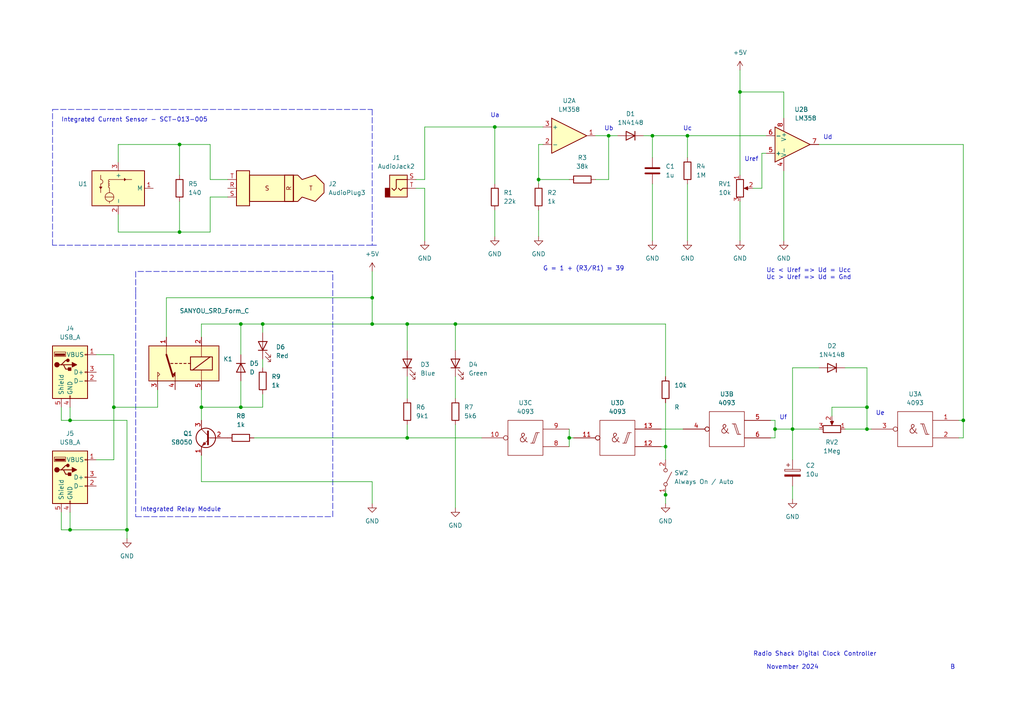
<source format=kicad_sch>
(kicad_sch (version 20211123) (generator eeschema)
  (paper "A4")
  (lib_symbols
    (symbol "4xxx_IEEE:4093" (pin_names (offset 0.762))
      (property "Reference" "U" (at 3.81 6.35 0))
      (property "Value" "4093" (at 5.08 -6.35 0))
      (symbol "4093_0_0"
        (rectangle (start -5.08 5.08) (end 5.08 -5.08))
        (polyline (pts (xy -4.064 -1.524) (xy -3.048 -1.524) (xy -2.032 1.524) (xy -1.524 1.524) (xy -2.54 1.524) (xy -3.556 -1.524) (xy -3.556 -1.524)))
        (text "&" (at 0.508 0 0) (effects (font (size 2.54 2.54))))
        (pin power_in line (at 0 5.08 270) (length 0) hide (name "Vdd") (number "14"))
        (pin power_in line (at 0 -5.08 90) (length 0) hide (name "Vss") (number "7"))
      )
      (symbol "4093_1_1"
        (pin input line (at -12.7 2.54 0) (length 7.62) (name "~") (number "1"))
        (pin input line (at -12.7 -2.54 0) (length 7.62) (name "~") (number "2"))
        (pin output inverted (at 12.7 0 180) (length 7.62) (name "~") (number "3"))
      )
      (symbol "4093_2_1"
        (pin output inverted (at 12.7 0 180) (length 7.62) (name "~") (number "4"))
        (pin input line (at -12.7 2.54 0) (length 7.62) (name "~") (number "5"))
        (pin input line (at -12.7 -2.54 0) (length 7.62) (name "~") (number "6"))
      )
      (symbol "4093_3_1"
        (pin output inverted (at 12.7 0 180) (length 7.62) (name "~") (number "10"))
        (pin input line (at -12.7 2.54 0) (length 7.62) (name "~") (number "8"))
        (pin input line (at -12.7 -2.54 0) (length 7.62) (name "~") (number "9"))
      )
      (symbol "4093_4_1"
        (pin output inverted (at 12.7 0 180) (length 7.62) (name "~") (number "11"))
        (pin input line (at -12.7 2.54 0) (length 7.62) (name "~") (number "12"))
        (pin input line (at -12.7 -2.54 0) (length 7.62) (name "~") (number "13"))
      )
    )
    (symbol "Amplifier_Operational:LM358" (pin_names (offset 0.127))
      (property "Reference" "U" (at 0 5.08 0))
      (property "Value" "LM358" (at 0 -5.08 0))
      (symbol "LM358_1_1"
        (polyline (pts (xy -5.08 5.08) (xy 5.08 0) (xy -5.08 -5.08) (xy -5.08 5.08)) (stroke (width 0.254)) (fill (type background)))
        (pin output line (at 7.62 0 180) (length 2.54) (name "~") (number "1"))
        (pin input line (at -7.62 -2.54 0) (length 2.54) (name "-") (number "2"))
        (pin input line (at -7.62 2.54 0) (length 2.54) (name "+") (number "3"))
      )
      (symbol "LM358_2_1"
        (polyline (pts (xy -5.08 5.08) (xy 5.08 0) (xy -5.08 -5.08) (xy -5.08 5.08)) (stroke (width 0.254)) (fill (type background)))
        (pin input line (at -7.62 2.54 0) (length 2.54) (name "+") (number "5"))
        (pin input line (at -7.62 -2.54 0) (length 2.54) (name "-") (number "6"))
        (pin output line (at 7.62 0 180) (length 2.54) (name "~") (number "7"))
      )
      (symbol "LM358_3_1"
        (pin power_in line (at -2.54 -7.62 90) (length 3.81) (name "V-") (number "4"))
        (pin power_in line (at -2.54 7.62 270) (length 3.81) (name "V+") (number "8"))
      )
    )
    (symbol "Connector:AudioJack2"
      (property "Reference" "J" (at 0 8.89 0))
      (property "Value" "AudioJack2" (at 0 6.35 0))
      (symbol "AudioJack2_0_1"
        (rectangle (start -3.81 0) (end -2.54 -2.54) (stroke (width 0.254)) (fill (type outline)))
        (rectangle (start -2.54 3.81) (end 2.54 -2.54) (stroke (width 0.254)) (fill (type background)))
        (polyline (pts (xy 0 0) (xy 0.635 -0.635) (xy 1.27 0) (xy 2.54 0)) (stroke (width 0.254)))
        (polyline (pts (xy 2.54 2.54) (xy -0.635 2.54) (xy -0.635 0) (xy -1.27 -0.635) (xy -1.905 0)) (stroke (width 0.254)))
      )
      (symbol "AudioJack2_1_1"
        (pin passive line (at 5.08 2.54 180) (length 2.54) (name "~") (number "S"))
        (pin passive line (at 5.08 0 180) (length 2.54) (name "~") (number "T"))
      )
    )
    (symbol "Connector:AudioPlug3"
      (property "Reference" "J" (at 1.27 6.35 0))
      (property "Value" "AudioPlug3" (at 1.27 -6.35 0))
      (symbol "AudioPlug3_0_0"
        (text "R" (at -2.54 0 900) (effects (font (size 1.27 1.27))))
      )
      (symbol "AudioPlug3_0_1"
        (rectangle (start -3.81 3.81) (end -1.27 -3.81) (stroke (width 0.254)))
        (rectangle (start -1.27 -1.27) (end -1.27 -1.27))
      )
      (symbol "AudioPlug3_1_0"
        (text "S" (at 3.81 0 0) (effects (font (size 1.27 1.27))))
        (text "T" (at -8.89 0 0) (effects (font (size 1.27 1.27))))
      )
      (symbol "AudioPlug3_1_1"
        (rectangle (start -3.81 3.81) (end 8.89 -3.81) (stroke (width 0.254)) (fill (type background)))
        (polyline (pts (xy -3.81 3.81) (xy -5.08 3.81) (xy -6.35 2.54) (xy -10.16 3.81) (xy -12.7 1.27) (xy -12.7 -1.27) (xy -10.16 -3.81) (xy -6.35 -2.54) (xy -5.08 -3.81) (xy -3.81 -3.81) (xy -3.81 3.81)) (stroke (width 0.254)) (fill (type background)))
        (rectangle (start 12.7 5.08) (end 8.89 -5.08) (stroke (width 0.254)) (fill (type background)))
        (pin passive line (at 15.24 0 180) (length 2.54) (name "~") (number "R"))
        (pin passive line (at 15.24 2.54 180) (length 2.54) (name "~") (number "S"))
        (pin passive line (at 15.24 -2.54 180) (length 2.54) (name "~") (number "T"))
      )
    )
    (symbol "Connector:USB_A" (pin_names (offset 1.016))
      (property "Reference" "J" (at -5.08 11.43 0))
      (property "Value" "USB_A" (at -5.08 8.89 0))
      (symbol "USB_A_0_1"
        (rectangle (start -5.08 -7.62) (end 5.08 7.62) (stroke (width 0.254)) (fill (type background)))
        (circle (center -3.81 2.159) (radius 0.635) (stroke (width 0.254)) (fill (type outline)))
        (rectangle (start -1.524 4.826) (end -4.318 5.334) (fill (type outline)))
        (rectangle (start -1.27 4.572) (end -4.572 5.842))
        (circle (center -0.635 3.429) (radius 0.381) (stroke (width 0.254)) (fill (type outline)))
        (rectangle (start -0.127 -7.62) (end 0.127 -6.858))
        (polyline (pts (xy -3.175 2.159) (xy -2.54 2.159) (xy -1.27 3.429) (xy -0.635 3.429)) (stroke (width 0.254)))
        (polyline (pts (xy -2.54 2.159) (xy -1.905 2.159) (xy -1.27 0.889) (xy 0 0.889)) (stroke (width 0.254)))
        (polyline (pts (xy 0.635 2.794) (xy 0.635 1.524) (xy 1.905 2.159) (xy 0.635 2.794)) (stroke (width 0.254)) (fill (type outline)))
        (rectangle (start 0.254 1.27) (end -0.508 0.508) (stroke (width 0.254)) (fill (type outline)))
        (rectangle (start 5.08 -2.667) (end 4.318 -2.413))
        (rectangle (start 5.08 -0.127) (end 4.318 0.127))
        (rectangle (start 5.08 4.953) (end 4.318 5.207))
      )
      (symbol "USB_A_1_1"
        (polyline (pts (xy -1.905 2.159) (xy 0.635 2.159)) (stroke (width 0.254)))
        (pin power_in line (at 7.62 5.08 180) (length 2.54) (name "VBUS") (number "1"))
        (pin bidirectional line (at 7.62 -2.54 180) (length 2.54) (name "D-") (number "2"))
        (pin bidirectional line (at 7.62 0 180) (length 2.54) (name "D+") (number "3"))
        (pin power_in line (at 0 -10.16 90) (length 2.54) (name "GND") (number "4"))
        (pin passive line (at -2.54 -10.16 90) (length 2.54) (name "Shield") (number "5"))
      )
    )
    (symbol "Device:C" (pin_numbers hide) (pin_names (offset 0.254))
      (property "Reference" "C" (at 0.635 2.54 0))
      (property "Value" "C" (at 0.635 -2.54 0))
      (symbol "C_0_1"
        (polyline (pts (xy -2.032 -0.762) (xy 2.032 -0.762)) (stroke (width 0.508)))
        (polyline (pts (xy -2.032 0.762) (xy 2.032 0.762)) (stroke (width 0.508)))
      )
      (symbol "C_1_1"
        (pin passive line (at 0 3.81 270) (length 2.794) (name "~") (number "1"))
        (pin passive line (at 0 -3.81 90) (length 2.794) (name "~") (number "2"))
      )
    )
    (symbol "Device:C_Polarized" (pin_numbers hide) (pin_names (offset 0.254))
      (property "Reference" "C" (at 0.635 2.54 0))
      (property "Value" "C_Polarized" (at 0.635 -2.54 0))
      (symbol "C_Polarized_0_1"
        (rectangle (start -2.286 0.508) (end 2.286 1.016))
        (polyline (pts (xy -1.778 2.286) (xy -0.762 2.286)))
        (polyline (pts (xy -1.27 2.794) (xy -1.27 1.778)))
        (rectangle (start 2.286 -0.508) (end -2.286 -1.016) (fill (type outline)))
      )
      (symbol "C_Polarized_1_1"
        (pin passive line (at 0 3.81 270) (length 2.794) (name "~") (number "1"))
        (pin passive line (at 0 -3.81 90) (length 2.794) (name "~") (number "2"))
      )
    )
    (symbol "Device:D" (pin_numbers hide) (pin_names (offset 1.016) hide)
      (property "Reference" "D" (at 0 2.54 0))
      (property "Value" "D" (at 0 -2.54 0))
      (symbol "D_0_1"
        (polyline (pts (xy -1.27 1.27) (xy -1.27 -1.27)) (stroke (width 0.254)))
        (polyline (pts (xy 1.27 0) (xy -1.27 0)))
        (polyline (pts (xy 1.27 1.27) (xy 1.27 -1.27) (xy -1.27 0) (xy 1.27 1.27)) (stroke (width 0.254)))
      )
      (symbol "D_1_1"
        (pin passive line (at -3.81 0 0) (length 2.54) (name "K") (number "1"))
        (pin passive line (at 3.81 0 180) (length 2.54) (name "A") (number "2"))
      )
    )
    (symbol "Device:LED" (pin_numbers hide) (pin_names (offset 1.016) hide)
      (property "Reference" "D" (at 0 2.54 0))
      (property "Value" "LED" (at 0 -2.54 0))
      (symbol "LED_0_1"
        (polyline (pts (xy -1.27 -1.27) (xy -1.27 1.27)) (stroke (width 0.254)))
        (polyline (pts (xy -1.27 0) (xy 1.27 0)))
        (polyline (pts (xy 1.27 -1.27) (xy 1.27 1.27) (xy -1.27 0) (xy 1.27 -1.27)) (stroke (width 0.254)))
        (polyline (pts (xy -3.048 -0.762) (xy -4.572 -2.286) (xy -3.81 -2.286) (xy -4.572 -2.286) (xy -4.572 -1.524)))
        (polyline (pts (xy -1.778 -0.762) (xy -3.302 -2.286) (xy -2.54 -2.286) (xy -3.302 -2.286) (xy -3.302 -1.524)))
      )
      (symbol "LED_1_1"
        (pin passive line (at -3.81 0 0) (length 2.54) (name "K") (number "1"))
        (pin passive line (at 3.81 0 180) (length 2.54) (name "A") (number "2"))
      )
    )
    (symbol "Device:R" (pin_numbers hide) (pin_names (offset 0))
      (property "Reference" "R" (at 2.032 0 90))
      (property "Value" "R" (at 0 0 90))
      (symbol "R_0_1"
        (rectangle (start -1.016 -2.54) (end 1.016 2.54) (stroke (width 0.254)))
      )
      (symbol "R_1_1"
        (pin passive line (at 0 3.81 270) (length 1.27) (name "~") (number "1"))
        (pin passive line (at 0 -3.81 90) (length 1.27) (name "~") (number "2"))
      )
    )
    (symbol "Device:R_Potentiometer" (pin_names (offset 1.016) hide)
      (property "Reference" "RV" (at -4.445 0 90))
      (property "Value" "R_Potentiometer" (at -2.54 0 90))
      (symbol "R_Potentiometer_0_1"
        (polyline (pts (xy 2.54 0) (xy 1.524 0)))
        (polyline (pts (xy 1.143 0) (xy 2.286 0.508) (xy 2.286 -0.508) (xy 1.143 0)) (fill (type outline)))
        (rectangle (start 1.016 2.54) (end -1.016 -2.54) (stroke (width 0.254)))
      )
      (symbol "R_Potentiometer_1_1"
        (pin passive line (at 0 3.81 270) (length 1.27) (name "1") (number "1"))
        (pin passive line (at 3.81 0 180) (length 1.27) (name "2") (number "2"))
        (pin passive line (at 0 -3.81 90) (length 1.27) (name "3") (number "3"))
      )
    )
    (symbol "Relay:SANYOU_SRD_Form_C"
      (property "Reference" "K" (at 11.43 3.81 0))
      (property "Value" "SANYOU_SRD_Form_C" (at 11.43 1.27 0))
      (symbol "SANYOU_SRD_Form_C_0_0"
        (polyline (pts (xy 7.62 5.08) (xy 7.62 2.54) (xy 6.985 3.175) (xy 7.62 3.81)))
      )
      (symbol "SANYOU_SRD_Form_C_0_1"
        (rectangle (start -10.16 5.08) (end 10.16 -5.08) (stroke (width 0.254)) (fill (type background)))
        (rectangle (start -8.255 1.905) (end -1.905 -1.905) (stroke (width 0.254)))
        (polyline (pts (xy -7.62 -1.905) (xy -2.54 1.905)) (stroke (width 0.254)))
        (polyline (pts (xy -5.08 -5.08) (xy -5.08 -1.905)))
        (polyline (pts (xy -5.08 5.08) (xy -5.08 1.905)))
        (polyline (pts (xy -1.905 0) (xy -1.27 0)) (stroke (width 0.254)))
        (polyline (pts (xy -0.635 0) (xy 0 0)) (stroke (width 0.254)))
        (polyline (pts (xy 0.635 0) (xy 1.27 0)) (stroke (width 0.254)))
        (polyline (pts (xy 1.905 0) (xy 2.54 0)) (stroke (width 0.254)))
        (polyline (pts (xy 3.175 0) (xy 3.81 0)) (stroke (width 0.254)))
        (polyline (pts (xy 5.08 -2.54) (xy 3.175 3.81)) (stroke (width 0.508)))
        (polyline (pts (xy 5.08 -2.54) (xy 5.08 -5.08)))
      )
      (symbol "SANYOU_SRD_Form_C_1_1"
        (polyline (pts (xy 2.54 3.81) (xy 3.175 3.175) (xy 2.54 2.54) (xy 2.54 5.08)) (fill (type outline)))
        (pin passive line (at 5.08 -7.62 90) (length 2.54) (name "~") (number "1"))
        (pin passive line (at -5.08 -7.62 90) (length 2.54) (name "~") (number "2"))
        (pin passive line (at 7.62 7.62 270) (length 2.54) (name "~") (number "3"))
        (pin passive line (at 2.54 7.62 270) (length 2.54) (name "~") (number "4"))
        (pin passive line (at -5.08 7.62 270) (length 2.54) (name "~") (number "5"))
      )
    )
    (symbol "Sensor_Current:LA25-P"
      (property "Reference" "U" (at -6.35 6.35 0))
      (property "Value" "LA25-P" (at 5.08 6.35 0))
      (symbol "LA25-P_0_1"
        (arc (start -5.08 1.27) (mid -4.445 1.905) (end -5.08 2.54))
        (circle (center -2.54 -2.54) (radius 1.27))
        (arc (start -2.54 0.762) (mid -2.8448 0.4572) (end -2.54 0.127))
        (arc (start -2.54 1.27) (mid -2.794 1.016) (end -2.54 0.762))
        (arc (start -2.54 1.905) (mid -2.8448 1.6002) (end -2.54 1.27))
        (arc (start -2.54 2.54) (mid -2.8448 2.2352) (end -2.54 1.905))
        (polyline (pts (xy -5.08 1.27) (xy -5.08 -1.27)))
        (polyline (pts (xy -5.08 3.81) (xy -5.08 2.54)))
        (polyline (pts (xy -3.81 -2.54) (xy -1.27 -2.54)))
        (polyline (pts (xy -2.54 -3.81) (xy -2.54 -4.318)))
        (polyline (pts (xy -2.54 -1.27) (xy -2.54 0.127)))
        (polyline (pts (xy -2.54 2.54) (xy 3.937 2.54)))
        (polyline (pts (xy -5.334 0.381) (xy -4.699 0.381) (xy -5.08 -0.127) (xy -5.461 0.381)) (fill (type outline)))
        (polyline (pts (xy 2.159 2.54) (xy 1.778 2.921) (xy 1.778 2.159) (xy 2.159 2.54)) (fill (type outline)))
        (rectangle (start 7.62 -5.08) (end -7.62 5.08) (stroke (width 0.254)) (fill (type background)))
      )
      (symbol "LA25-P_1_1"
        (pin output line (at 10.16 0 180) (length 2.54) (name "M") (number "1"))
        (pin power_in line (at 0 -7.62 90) (length 2.54) (name "-") (number "2"))
        (pin power_in line (at 0 7.62 270) (length 2.54) (name "+") (number "3"))
      )
    )
    (symbol "Switch:SW_SPST" (pin_names (offset 0) hide)
      (property "Reference" "SW" (at 0 3.175 0))
      (property "Value" "SW_SPST" (at 0 -2.54 0))
      (symbol "SW_SPST_0_0"
        (circle (center -2.032 0) (radius 0.508))
        (polyline (pts (xy -1.524 0.254) (xy 1.524 1.778)))
        (circle (center 2.032 0) (radius 0.508))
      )
      (symbol "SW_SPST_1_1"
        (pin passive line (at -5.08 0 0) (length 2.54) (name "A") (number "1"))
        (pin passive line (at 5.08 0 180) (length 2.54) (name "B") (number "2"))
      )
    )
    (symbol "Transistor_BJT:S8050" (pin_names (offset 0) hide)
      (property "Reference" "Q" (at 5.08 1.905 0))
      (property "Value" "S8050" (at 5.08 0 0))
      (symbol "S8050_0_1"
        (polyline (pts (xy 0 0) (xy 0.635 0)))
        (polyline (pts (xy 0.635 0.635) (xy 2.54 2.54)))
        (polyline (pts (xy 0.635 -0.635) (xy 2.54 -2.54) (xy 2.54 -2.54)))
        (polyline (pts (xy 0.635 1.905) (xy 0.635 -1.905) (xy 0.635 -1.905)) (stroke (width 0.508)))
        (polyline (pts (xy 1.27 -1.778) (xy 1.778 -1.27) (xy 2.286 -2.286) (xy 1.27 -1.778) (xy 1.27 -1.778)) (fill (type outline)))
        (circle (center 1.27 0) (radius 2.8194) (stroke (width 0.254)))
      )
      (symbol "S8050_1_1"
        (pin passive line (at 2.54 -5.08 90) (length 2.54) (name "E") (number "1"))
        (pin input line (at -5.08 0 0) (length 5.08) (name "B") (number "2"))
        (pin passive line (at 2.54 5.08 270) (length 2.54) (name "C") (number "3"))
      )
    )
    (symbol "power:+5V" (power) (pin_names (offset 0))
      (property "Value" "+5V" (at 0 3.556 0))
      (symbol "+5V_0_1"
        (polyline (pts (xy -0.762 1.27) (xy 0 2.54)))
        (polyline (pts (xy 0 0) (xy 0 2.54)))
        (polyline (pts (xy 0 2.54) (xy 0.762 1.27)))
      )
      (symbol "+5V_1_1"
        (pin power_in line (at 0 0 90) (length 0) hide (name "+5V") (number "1"))
      )
    )
    (symbol "power:GND" (power) (pin_names (offset 0))
      (property "Value" "GND" (at 0 -3.81 0))
      (symbol "GND_0_1"
        (polyline (pts (xy 0 0) (xy 0 -1.27) (xy 1.27 -1.27) (xy 0 -2.54) (xy -1.27 -1.27) (xy 0 -1.27)))
      )
      (symbol "GND_1_1"
        (pin power_in line (at 0 0 270) (length 0) hide (name "GND") (number "1"))
      )
    )
  )
  (junction (at 199.39 39.37))
  (junction (at 69.85 93.98))
  (junction (at 156.21 52.07))
  (junction (at 279.4 121.92))
  (junction (at 33.02 118.11))
  (junction (at 76.2 93.98))
  (junction (at 132.08 93.98))
  (junction (at 20.32 121.92))
  (junction (at 193.04 129.54))
  (junction (at 193.04 143.51))
  (junction (at 36.83 153.67))
  (junction (at 58.42 118.11))
  (junction (at 229.87 124.46))
  (junction (at 107.95 86.36))
  (junction (at 69.85 118.11))
  (junction (at 143.51 36.83))
  (junction (at 107.95 93.98))
  (junction (at 251.46 118.11))
  (junction (at 224.79 124.46))
  (junction (at 214.63 26.67))
  (junction (at 52.07 67.31))
  (junction (at 118.11 127))
  (junction (at 52.07 41.91))
  (junction (at 118.11 93.98))
  (junction (at 20.32 153.67))
  (junction (at 189.23 39.37))
  (junction (at 251.46 124.46))
  (junction (at 165.1 127))
  (junction (at 176.53 39.37))
  (wire (pts (xy 73.66 127) (xy 118.11 127)))
  (wire (pts (xy 245.11 106.68) (xy 251.46 106.68)))
  (wire (pts (xy 251.46 118.11) (xy 251.46 124.46)))
  (wire (pts (xy 118.11 123.19) (xy 118.11 127)))
  (polyline (pts (xy 15.24 31.75) (xy 107.95 31.75)))
  (wire (pts (xy 165.1 127) (xy 165.1 124.46)))
  (wire (pts (xy 58.42 139.7) (xy 107.95 139.7)))
  (wire (pts (xy 193.04 116.84) (xy 193.04 129.54)))
  (wire (pts (xy 60.96 41.91) (xy 60.96 52.07)))
  (wire (pts (xy 156.21 52.07) (xy 156.21 53.34)))
  (wire (pts (xy 186.69 39.37) (xy 189.23 39.37)))
  (wire (pts (xy 223.52 127) (xy 224.79 127)))
  (wire (pts (xy 191.77 124.46) (xy 198.12 124.46)))
  (wire (pts (xy 191.77 129.54) (xy 193.04 129.54)))
  (wire (pts (xy 189.23 53.34) (xy 189.23 69.85)))
  (wire (pts (xy 20.32 121.92) (xy 36.83 121.92)))
  (wire (pts (xy 27.94 133.35) (xy 33.02 133.35)))
  (wire (pts (xy 229.87 124.46) (xy 229.87 133.35)))
  (wire (pts (xy 36.83 153.67) (xy 36.83 156.21)))
  (wire (pts (xy 224.79 127) (xy 224.79 124.46)))
  (wire (pts (xy 237.49 124.46) (xy 229.87 124.46)))
  (wire (pts (xy 279.4 121.92) (xy 279.4 127)))
  (wire (pts (xy 107.95 86.36) (xy 107.95 93.98)))
  (wire (pts (xy 20.32 153.67) (xy 36.83 153.67)))
  (wire (pts (xy 251.46 106.68) (xy 251.46 118.11)))
  (wire (pts (xy 17.78 148.59) (xy 17.78 153.67)))
  (wire (pts (xy 189.23 39.37) (xy 199.39 39.37)))
  (wire (pts (xy 157.48 41.91) (xy 156.21 41.91)))
  (wire (pts (xy 193.04 143.51) (xy 193.04 146.05)))
  (wire (pts (xy 34.29 46.99) (xy 34.29 41.91)))
  (polyline (pts (xy 15.24 71.12) (xy 15.24 31.75)))
  (wire (pts (xy 45.72 113.03) (xy 45.72 118.11)))
  (wire (pts (xy 69.85 118.11) (xy 69.85 110.49)))
  (wire (pts (xy 214.63 26.67) (xy 214.63 50.8)))
  (wire (pts (xy 278.13 121.92) (xy 279.4 121.92)))
  (wire (pts (xy 60.96 67.31) (xy 52.07 67.31)))
  (wire (pts (xy 172.72 52.07) (xy 176.53 52.07)))
  (wire (pts (xy 193.04 129.54) (xy 193.04 133.35)))
  (wire (pts (xy 224.79 124.46) (xy 224.79 121.92)))
  (wire (pts (xy 132.08 109.22) (xy 132.08 115.57)))
  (wire (pts (xy 60.96 57.15) (xy 60.96 67.31)))
  (wire (pts (xy 58.42 132.08) (xy 58.42 139.7)))
  (wire (pts (xy 76.2 93.98) (xy 76.2 96.52)))
  (polyline (pts (xy 107.95 31.75) (xy 107.95 71.12)))
  (wire (pts (xy 34.29 62.23) (xy 34.29 67.31)))
  (wire (pts (xy 33.02 118.11) (xy 33.02 133.35)))
  (wire (pts (xy 278.13 127) (xy 279.4 127)))
  (wire (pts (xy 189.23 39.37) (xy 189.23 45.72)))
  (wire (pts (xy 156.21 41.91) (xy 156.21 52.07)))
  (wire (pts (xy 193.04 142.24) (xy 193.04 143.51)))
  (wire (pts (xy 156.21 60.96) (xy 156.21 68.58)))
  (wire (pts (xy 132.08 123.19) (xy 132.08 147.32)))
  (wire (pts (xy 199.39 53.34) (xy 199.39 69.85)))
  (wire (pts (xy 227.33 26.67) (xy 214.63 26.67)))
  (polyline (pts (xy 39.37 78.74) (xy 39.37 85.09)))
  (wire (pts (xy 165.1 129.54) (xy 165.1 127)))
  (wire (pts (xy 123.19 36.83) (xy 123.19 52.07)))
  (wire (pts (xy 220.98 54.61) (xy 218.44 54.61)))
  (wire (pts (xy 58.42 118.11) (xy 69.85 118.11)))
  (wire (pts (xy 118.11 93.98) (xy 132.08 93.98)))
  (wire (pts (xy 58.42 113.03) (xy 58.42 118.11)))
  (wire (pts (xy 33.02 102.87) (xy 33.02 118.11)))
  (wire (pts (xy 118.11 127) (xy 139.7 127)))
  (wire (pts (xy 279.4 41.91) (xy 279.4 121.92)))
  (wire (pts (xy 120.65 54.61) (xy 123.19 54.61)))
  (wire (pts (xy 165.1 127) (xy 166.37 127)))
  (wire (pts (xy 107.95 146.05) (xy 107.95 139.7)))
  (wire (pts (xy 176.53 39.37) (xy 176.53 52.07)))
  (wire (pts (xy 224.79 124.46) (xy 229.87 124.46)))
  (wire (pts (xy 199.39 39.37) (xy 222.25 39.37)))
  (wire (pts (xy 251.46 124.46) (xy 252.73 124.46)))
  (wire (pts (xy 156.21 52.07) (xy 165.1 52.07)))
  (polyline (pts (xy 96.52 149.86) (xy 96.52 78.74)))
  (wire (pts (xy 69.85 93.98) (xy 76.2 93.98)))
  (wire (pts (xy 143.51 36.83) (xy 123.19 36.83)))
  (wire (pts (xy 69.85 93.98) (xy 69.85 102.87)))
  (polyline (pts (xy 96.52 78.74) (xy 39.37 78.74)))
  (wire (pts (xy 245.11 124.46) (xy 251.46 124.46)))
  (wire (pts (xy 123.19 69.85) (xy 123.19 54.61)))
  (wire (pts (xy 20.32 148.59) (xy 20.32 153.67)))
  (wire (pts (xy 66.04 57.15) (xy 60.96 57.15)))
  (wire (pts (xy 17.78 121.92) (xy 20.32 121.92)))
  (wire (pts (xy 27.94 102.87) (xy 33.02 102.87)))
  (wire (pts (xy 17.78 153.67) (xy 20.32 153.67)))
  (wire (pts (xy 118.11 93.98) (xy 118.11 101.6)))
  (wire (pts (xy 45.72 118.11) (xy 33.02 118.11)))
  (wire (pts (xy 214.63 20.32) (xy 214.63 26.67)))
  (wire (pts (xy 52.07 58.42) (xy 52.07 67.31)))
  (wire (pts (xy 227.33 49.53) (xy 227.33 69.85)))
  (wire (pts (xy 241.3 120.65) (xy 241.3 118.11)))
  (wire (pts (xy 107.95 93.98) (xy 118.11 93.98)))
  (wire (pts (xy 132.08 93.98) (xy 132.08 101.6)))
  (wire (pts (xy 76.2 93.98) (xy 107.95 93.98)))
  (wire (pts (xy 17.78 118.11) (xy 17.78 121.92)))
  (polyline (pts (xy 39.37 85.09) (xy 39.37 149.86)))
  (wire (pts (xy 229.87 140.97) (xy 229.87 144.78)))
  (wire (pts (xy 76.2 104.14) (xy 76.2 106.68)))
  (wire (pts (xy 132.08 93.98) (xy 193.04 93.98)))
  (wire (pts (xy 36.83 121.92) (xy 36.83 153.67)))
  (polyline (pts (xy 107.95 71.12) (xy 109.22 71.12)))
  (wire (pts (xy 118.11 109.22) (xy 118.11 115.57)))
  (wire (pts (xy 157.48 36.83) (xy 143.51 36.83)))
  (wire (pts (xy 34.29 41.91) (xy 52.07 41.91)))
  (wire (pts (xy 220.98 44.45) (xy 220.98 54.61)))
  (wire (pts (xy 229.87 106.68) (xy 229.87 124.46)))
  (wire (pts (xy 199.39 39.37) (xy 199.39 45.72)))
  (wire (pts (xy 176.53 39.37) (xy 179.07 39.37)))
  (wire (pts (xy 143.51 36.83) (xy 143.51 53.34)))
  (wire (pts (xy 52.07 67.31) (xy 34.29 67.31)))
  (wire (pts (xy 58.42 97.79) (xy 58.42 93.98)))
  (wire (pts (xy 193.04 93.98) (xy 193.04 109.22)))
  (wire (pts (xy 237.49 106.68) (xy 229.87 106.68)))
  (wire (pts (xy 120.65 52.07) (xy 123.19 52.07)))
  (wire (pts (xy 60.96 52.07) (xy 66.04 52.07)))
  (wire (pts (xy 48.26 86.36) (xy 107.95 86.36)))
  (wire (pts (xy 214.63 58.42) (xy 214.63 69.85)))
  (wire (pts (xy 241.3 118.11) (xy 251.46 118.11)))
  (wire (pts (xy 222.25 44.45) (xy 220.98 44.45)))
  (wire (pts (xy 58.42 93.98) (xy 69.85 93.98)))
  (wire (pts (xy 107.95 78.74) (xy 107.95 86.36)))
  (wire (pts (xy 143.51 60.96) (xy 143.51 68.58)))
  (wire (pts (xy 52.07 41.91) (xy 60.96 41.91)))
  (wire (pts (xy 237.49 41.91) (xy 279.4 41.91)))
  (wire (pts (xy 227.33 34.29) (xy 227.33 26.67)))
  (wire (pts (xy 76.2 114.3) (xy 76.2 118.11)))
  (wire (pts (xy 20.32 118.11) (xy 20.32 121.92)))
  (wire (pts (xy 52.07 41.91) (xy 52.07 50.8)))
  (wire (pts (xy 172.72 39.37) (xy 176.53 39.37)))
  (polyline (pts (xy 107.95 71.12) (xy 15.24 71.12)))
  (wire (pts (xy 48.26 86.36) (xy 48.26 97.79)))
  (wire (pts (xy 58.42 118.11) (xy 58.42 121.92)))
  (wire (pts (xy 223.52 121.92) (xy 224.79 121.92)))
  (polyline (pts (xy 39.37 149.86) (xy 96.52 149.86)))
  (wire (pts (xy 76.2 118.11) (xy 69.85 118.11)))
  (text "Integrated Current Sensor - SCT-013-005" (at 17.78 35.56 0) (effects (font (size 1.27 1.27)) (justify left bottom)))
  (text "Uref" (at 215.9 46.99 0) (effects (font (size 1.27 1.27)) (justify left bottom)))
  (text "Radio Shack Digital Clock Controller\n" (at 218.44 190.5 0) (effects (font (size 1.27 1.27)) (justify left bottom)))
  (text "Ua" (at 142.24 34.29 0) (effects (font (size 1.27 1.27)) (justify left bottom)))
  (text "Uc" (at 198.12 38.1 0) (effects (font (size 1.27 1.27)) (justify left bottom)))
  (text "G = 1 + (R3/R1) = 39" (at 157.48 78.74 0) (effects (font (size 1.27 1.27)) (justify left bottom)))
  (text "Ud" (at 238.76 40.64 0) (effects (font (size 1.27 1.27)) (justify left bottom)))
  (text "B" (at 275.59 194.31 0) (effects (font (size 1.27 1.27)) (justify left bottom)))
  (text "Uf" (at 226.06 121.92 0) (effects (font (size 1.27 1.27)) (justify left bottom)))
  (text "Integrated Relay Module" (at 40.64 148.59 0) (effects (font (size 1.27 1.27)) (justify left bottom)))
  (text "November 2024" (at 222.25 194.31 0) (effects (font (size 1.27 1.27)) (justify left bottom)))
  (text "Uc < Uref => Ud = Ucc\nUc > Uref => Ud = Gnd" (at 222.25 81.28 0) (effects (font (size 1.27 1.27)) (justify left bottom)))
  (text "Ub" (at 175.26 38.1 0) (effects (font (size 1.27 1.27)) (justify left bottom)))
  (text "Ue" (at 254 120.65 0) (effects (font (size 1.27 1.27)) (justify left bottom)))
  (symbol (lib_id "power:GND") (at 156.21 68.58 0) (unit 1)
    (property "Reference" "#PWR03" (effects hide))
    (property "Value" "GND" (at 156.21 73.66 0))
  )
  (symbol (lib_id "power:GND") (at 36.83 156.21 0) (unit 1)
    (property "Reference" "#PWR012" (effects hide))
    (property "Value" "GND" (at 36.83 161.29 0))
  )
  (symbol (lib_id "Device:D") (at 69.85 106.68 270) (unit 1)
    (property "Reference" "D5" (at 72.39 105.4099 90) (effects (justify left)))
    (property "Value" "D" (at 72.39 107.9499 90) (effects (justify left)))
  )
  (symbol (lib_id "Device:R") (at 69.85 127 90) (unit 1)
    (property "Reference" "R8" (at 69.85 120.65 90))
    (property "Value" "1k" (at 69.85 123.19 90))
  )
  (symbol (lib_id "Connector:USB_A") (at 20.32 107.95 0) (unit 1)
    (property "Reference" "J4" (at 20.32 95.25 0))
    (property "Value" "USB_A" (at 20.32 97.79 0))
    (property "Datasheet" " ~" (effects hide))
  )
  (symbol (lib_id "Switch:SW_SPST") (at 193.04 138.43 270) (mirror x) (unit 1)
    (property "Reference" "SW2" (at 195.58 137.1599 90) (effects (justify left)))
    (property "Value" "Always On / Auto" (at 195.58 139.6999 90) (effects (justify left)))
  )
  (symbol (lib_id "Connector:USB_A") (at 20.32 138.43 0) (unit 1)
    (property "Reference" "J5" (at 20.32 125.73 0))
    (property "Value" "USB_A" (at 20.32 128.27 0))
    (property "Datasheet" " ~" (effects hide))
  )
  (symbol (lib_id "Device:R") (at 168.91 52.07 90) (unit 1)
    (property "Reference" "R3" (at 168.91 45.72 90))
    (property "Value" "38k" (at 168.91 48.26 90))
  )
  (symbol (lib_id "power:GND") (at 123.19 69.85 0) (unit 1)
    (property "Reference" "#PWR01" (effects hide))
    (property "Value" "GND" (at 123.19 74.93 0))
  )
  (symbol (lib_id "Device:R") (at 156.21 57.15 0) (unit 1)
    (property "Reference" "R2" (at 158.75 55.8799 0) (effects (justify left)))
    (property "Value" "1k" (at 158.75 58.4199 0) (effects (justify left)))
  )
  (symbol (lib_id "4xxx_IEEE:4093") (at 179.07 127 180) (unit 4)
    (property "Reference" "U3" (at 179.07 116.84 0))
    (property "Value" "4093" (at 179.07 119.38 0))
  )
  (symbol (lib_id "Device:D") (at 182.88 39.37 180) (unit 1)
    (property "Reference" "D1" (at 182.88 33.02 0))
    (property "Value" "1N4148" (at 182.88 35.56 0))
  )
  (symbol (lib_id "Amplifier_Operational:LM358") (at 229.87 41.91 0) (mirror x) (unit 2)
    (property "Reference" "U2" (at 232.41 31.75 0))
    (property "Value" "LM358" (at 233.68 34.29 0))
    (property "Datasheet" "http://www.ti.com/lit/ds/symlink/lm2904-n.pdf" (effects hide))
  )
  (symbol (lib_id "power:GND") (at 132.08 147.32 0) (unit 1)
    (property "Reference" "#PWR09" (effects hide))
    (property "Value" "GND" (at 132.08 152.4 0))
  )
  (symbol (lib_id "Device:R") (at 199.39 49.53 0) (unit 1)
    (property "Reference" "R4" (at 201.93 48.2599 0) (effects (justify left)))
    (property "Value" "1M" (at 201.93 50.7999 0) (effects (justify left)))
  )
  (symbol (lib_id "Device:R") (at 143.51 57.15 0) (unit 1)
    (property "Reference" "R1" (at 146.05 55.8799 0) (effects (justify left)))
    (property "Value" "22k" (at 146.05 58.4199 0) (effects (justify left)))
  )
  (symbol (lib_id "Device:LED") (at 118.11 105.41 90) (unit 1)
    (property "Reference" "D3" (at 121.92 105.7274 90) (effects (justify right)))
    (property "Value" "Blue" (at 121.92 108.2674 90) (effects (justify right)))
  )
  (symbol (lib_id "power:GND") (at 193.04 146.05 0) (unit 1)
    (property "Reference" "#PWR014" (effects hide))
    (property "Value" "GND" (at 193.04 151.13 0))
  )
  (symbol (lib_id "power:+5V") (at 214.63 20.32 0) (unit 1)
    (property "Reference" "#PWR07" (effects hide))
    (property "Value" "+5V" (at 214.63 15.24 0))
  )
  (symbol (lib_id "Amplifier_Operational:LM358") (at 165.1 39.37 0) (unit 1)
    (property "Reference" "U2" (at 165.1 29.21 0))
    (property "Value" "LM358" (at 165.1 31.75 0))
    (property "Datasheet" "http://www.ti.com/lit/ds/symlink/lm2904-n.pdf" (effects hide))
  )
  (symbol (lib_id "Device:R") (at 193.04 113.03 0) (unit 1)
    (property "Reference" "10k" (at 195.58 111.7599 0) (effects (justify left)))
    (property "Value" "R" (at 195.58 118.1099 0) (effects (justify left)))
  )
  (symbol (lib_id "Sensor_Current:LA25-P") (at 34.29 54.61 0) (unit 1)
    (property "Reference" "U1" (at 25.4 53.3399 0) (effects (justify right)))
    (property "Value" "SCT-013-005" (effects hide))
    (property "Footprint" "Sensor_Current:LEM_LA25-P" (effects hide))
    (property "Datasheet" "https://www.lem.com/sites/default/files/products_datasheets/la_25-p.pdf" (effects hide))
  )
  (symbol (lib_id "power:GND") (at 143.51 68.58 0) (unit 1)
    (property "Reference" "#PWR02" (effects hide))
    (property "Value" "GND" (at 143.51 73.66 0))
  )
  (symbol (lib_id "power:GND") (at 107.95 146.05 0) (unit 1)
    (property "Reference" "#PWR010" (effects hide))
    (property "Value" "GND" (at 107.95 151.13 0))
  )
  (symbol (lib_id "Device:C_Polarized") (at 229.87 137.16 0) (unit 1)
    (property "Reference" "C2" (at 233.68 135.0009 0) (effects (justify left)))
    (property "Value" "10u" (at 233.68 137.5409 0) (effects (justify left)))
  )
  (symbol (lib_id "Connector:AudioPlug3") (at 81.28 54.61 180) (unit 1)
    (property "Reference" "J2" (at 95.25 53.3399 0) (effects (justify right)))
    (property "Value" "AudioPlug3" (at 95.25 55.8799 0) (effects (justify right)))
  )
  (symbol (lib_id "Device:R_Potentiometer") (at 241.3 124.46 270) (mirror x) (unit 1)
    (property "Reference" "RV2" (at 241.3 128.27 90))
    (property "Value" "1Meg" (at 241.3 130.81 90))
  )
  (symbol (lib_id "Amplifier_Operational:LM358") (at 229.87 41.91 0) (unit 3)
    (property "Reference" "U2" (effects hide))
    (property "Value" "LM358" (effects hide))
    (property "Datasheet" "http://www.ti.com/lit/ds/symlink/lm2904-n.pdf" (effects hide))
  )
  (symbol (lib_id "Device:R") (at 118.11 119.38 0) (unit 1)
    (property "Reference" "R6" (at 120.65 118.1099 0) (effects (justify left)))
    (property "Value" "9k1" (at 120.65 120.6499 0) (effects (justify left)))
  )
  (symbol (lib_id "Device:D") (at 241.3 106.68 180) (unit 1)
    (property "Reference" "D2" (at 241.3 100.33 0))
    (property "Value" "1N4148" (at 241.3 102.87 0))
  )
  (symbol (lib_id "4xxx_IEEE:4093") (at 152.4 127 180) (unit 3)
    (property "Reference" "U3" (at 152.4 116.84 0))
    (property "Value" "4093" (at 152.4 119.38 0))
  )
  (symbol (lib_id "Device:R") (at 52.07 54.61 0) (unit 1)
    (property "Reference" "R5" (at 54.61 53.3399 0) (effects (justify left)))
    (property "Value" "140" (at 54.61 55.8799 0) (effects (justify left)))
  )
  (symbol (lib_id "4xxx_IEEE:4093") (at 210.82 124.46 0) (mirror y) (unit 2)
    (property "Reference" "U3" (at 210.82 114.3 0))
    (property "Value" "4093" (at 210.82 116.84 0))
  )
  (symbol (lib_id "Device:R") (at 76.2 110.49 0) (unit 1)
    (property "Reference" "R9" (at 78.74 109.2199 0) (effects (justify left)))
    (property "Value" "1k" (at 78.74 111.7599 0) (effects (justify left)))
  )
  (symbol (lib_id "power:GND") (at 227.33 69.85 0) (unit 1)
    (property "Reference" "#PWR04" (effects hide))
    (property "Value" "GND" (at 227.33 74.93 0))
  )
  (symbol (lib_id "Relay:SANYOU_SRD_Form_C") (at 53.34 105.41 180) (unit 1)
    (property "Reference" "K1" (at 64.77 104.1399 0) (effects (justify right)))
    (property "Value" "SANYOU_SRD_Form_C" (at 52.07 90.17 0) (effects (justify right)))
    (property "Footprint" "Relay_THT:Relay_SPDT_SANYOU_SRD_Series_Form_C" (effects hide))
    (property "Datasheet" "http://www.sanyourelay.ca/public/products/pdf/SRD.pdf" (effects hide))
  )
  (symbol (lib_id "power:GND") (at 199.39 69.85 0) (unit 1)
    (property "Reference" "#PWR06" (effects hide))
    (property "Value" "GND" (at 199.39 74.93 0))
  )
  (symbol (lib_id "4xxx_IEEE:4093") (at 265.43 124.46 0) (mirror y) (unit 1)
    (property "Reference" "U3" (at 265.43 114.3 0))
    (property "Value" "4093" (at 265.43 116.84 0))
  )
  (symbol (lib_id "Device:C") (at 189.23 49.53 0) (unit 1)
    (property "Reference" "C1" (at 193.04 48.2599 0) (effects (justify left)))
    (property "Value" "1u" (at 193.04 50.7999 0) (effects (justify left)))
  )
  (symbol (lib_id "Device:LED") (at 132.08 105.41 90) (unit 1)
    (property "Reference" "D4" (at 135.89 105.7274 90) (effects (justify right)))
    (property "Value" "Green" (at 135.89 108.2674 90) (effects (justify right)))
  )
  (symbol (lib_id "Transistor_BJT:S8050") (at 60.96 127 0) (mirror y) (unit 1)
    (property "Reference" "Q1" (at 55.88 125.7299 0) (effects (justify left)))
    (property "Value" "S8050" (at 55.88 128.2699 0) (effects (justify left)))
    (property "Footprint" "Package_TO_SOT_THT:TO-92_Inline" (effects hide))
    (property "Datasheet" "http://www.unisonic.com.tw/datasheet/S8050.pdf" (effects hide))
  )
  (symbol (lib_id "power:GND") (at 214.63 69.85 0) (unit 1)
    (property "Reference" "#PWR08" (effects hide))
    (property "Value" "GND" (at 214.63 74.93 0))
  )
  (symbol (lib_id "power:GND") (at 189.23 69.85 0) (unit 1)
    (property "Reference" "#PWR05" (effects hide))
    (property "Value" "GND" (at 189.23 74.93 0))
  )
  (symbol (lib_id "Connector:AudioJack2") (at 115.57 54.61 0) (unit 1)
    (property "Reference" "J1" (at 114.935 45.72 0))
    (property "Value" "AudioJack2" (at 114.935 48.26 0))
  )
  (symbol (lib_id "power:GND") (at 229.87 144.78 0) (mirror y) (unit 1)
    (property "Reference" "#PWR011" (effects hide))
    (property "Value" "GND" (at 229.87 149.86 0))
  )
  (symbol (lib_id "Device:LED") (at 76.2 100.33 90) (unit 1)
    (property "Reference" "D6" (at 80.01 100.6474 90) (effects (justify right)))
    (property "Value" "Red" (at 80.01 103.1874 90) (effects (justify right)))
  )
  (symbol (lib_id "Device:R_Potentiometer") (at 214.63 54.61 0) (unit 1)
    (property "Reference" "RV1" (at 212.09 53.3399 0) (effects (justify right)))
    (property "Value" "10k" (at 212.09 55.8799 0) (effects (justify right)))
  )
  (symbol (lib_id "Device:R") (at 132.08 119.38 0) (unit 1)
    (property "Reference" "R7" (at 134.62 118.1099 0) (effects (justify left)))
    (property "Value" "5k6" (at 134.62 120.6499 0) (effects (justify left)))
  )
  (symbol (lib_id "power:+5V") (at 107.95 78.74 0) (unit 1)
    (property "Reference" "#PWR013" (effects hide))
    (property "Value" "+5V" (at 107.95 73.66 0))
  )
)
</source>
